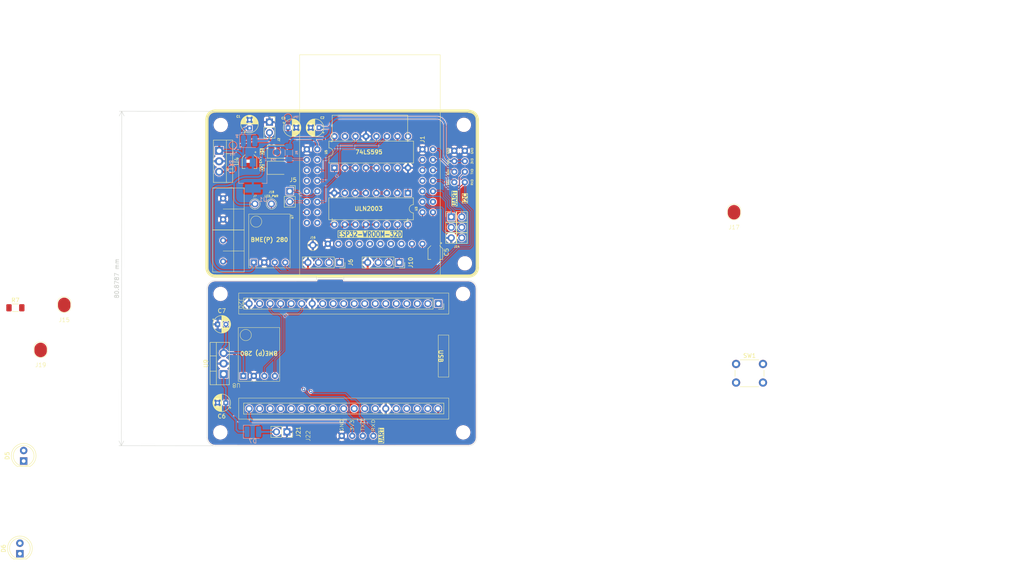
<source format=kicad_pcb>
(kicad_pcb (version 20240108) (generator "pcbnew") (generator_version "8.0")
  (layers (0 "F.Cu" signal) (31 "B.Cu" signal) (34 "B.Paste" user) (35 "F.Paste" user) (36 "B.SilkS" user "B.Silkscreen") (37 "F.SilkS" user "F.Silkscreen") (38 "B.Mask" user) (39 "F.Mask" user) (44 "Edge.Cuts" user))
  (net 0 "")
  (net 1 "GND")
  (net 2 "+3V3")
  (net 3 "+5V")
  (net 4 "/RXD")
  (net 5 "/TXD")
  (net 6 "/SDA")
  (net 7 "/OUT2")
  (net 8 "/SCL")
  (net 9 "/OUT1")
  (net 10 "/EN")
  (net 11 "/SOURCE2")
  (net 12 "/SOURCE1")
  (net 13 "/SOURCE3")
  (net 14 "/VDC")
  (net 15 "/DAC1")
  (net 16 "/DAC2")
  (net 17 "/GPIO13")
  (net 18 "/GPIO19")
  (net 19 "/GPIO17")
  (net 20 "/GPIO5")
  (net 21 "/GPIO18")
  (net 22 "/GPIO36")
  (net 23 "/ADC2_CH3")
  (net 24 "/SD_DATA1")
  (net 25 "/SD_DATA2")
  (net 26 "/SD_CLK")
  (net 27 "/SD_CMD")
  (net 28 "/SD_DATA3")
  (net 29 "/ADC2_CH0")
  (net 30 "/GPIO23")
  (net 31 "/SD_DATA0")
  (net 32 "/ADC2_CH2")
  (net 33 "/BOOT")
  (net 34 "/GPIO39")
  (net 35 "/SOURCE4")
  (net 36 "/SOURCE5")
  (net 37 "/SIPO_DATA")
  (net 38 "/SIPO_CLK")
  (net 40 "/SIPO_LATCH")
  (net 41 "/GPIO14")
  (net 43 "/I3")
  (net 44 "/I6")
  (net 45 "/I7")
  (net 46 "/I5")
  (net 47 "/OUT3")
  (net 48 "/VIN")
  (net 49 "/I1")
  (net 52 "Net-(D5-Pad1)")
  (net 53 "Net-(J15-Pin_1)")
  (net 54 "Net-(J19-Pin_1)")
  (net 55 "/GPIO_33")
  (net 67 "/RX")
  (net 72 "/TX")
  (net 87 "/SCL-2")
  (net 88 "/SDA-2")
  (footprint "Capacitor_THT:CP_Radial_D4.0mm_P2.00mm" (layer "F.Cu") (at 107 44.2 180)
    (property "Reference" "C2")
    (property "Value" "1uF")
  )
  (footprint "LED_SMD:LED_1210_3225Metric_Pad1.42x2.65mm_HandSolder" (layer "F.Cu") (at 96.9525 53.9)
    (property "Reference" "D2")
    (property "Value" "STATUS")
  )
  (footprint "Capacitor_SMD:CP_Elec_3x5.3" (layer "F.Cu") (at 90.2 52.3 -90)
    (property "Reference" "C4")
    (property "Value" "0.1uF")
  )
  (footprint "Resistor_SMD:R_1206_3216Metric_Pad1.30x1.75mm_HandSolder" (layer "F.Cu") (at 33.612 87.7585)
    (property "Reference" "R7")
    (property "Value" "4K7")
  )
  (footprint "LED_THT:LED_D5.0mm" (layer "F.Cu") (at 34.7 147.25 90)
    (property "Reference" "D6")
    (property "Value" "LED_STATUS")
  )
  (footprint "Button_Switch_THT:SW_PUSH_6mm" (layer "F.Cu") (at 207.8 101.35)
    (property "Reference" "SW1")
    (property "Value" "SW_Push")
  )
  (footprint "Alexander Footprint Library:Pad_1x01_P2.54_SMD" (layer "F.Cu") (at 39.712 102.098)
    (property "Reference" "J19")
    (property "Value" "LED_PWR")
  )
  (footprint "Alexander Footprints Library:ESP32-WROOM-Adapter-Socket-2" (layer "F.Cu") (at 119.3 57.04)
    (property "Reference" "J1")
    (property "Value" "~")
  )
  (footprint "Alexander Footprint Library:Pad_1x01_P2.54_SMD" (layer "F.Cu") (at 45.412 91.198)
    (property "Reference" "J15")
    (property "Value" "LED_PWR")
  )
  (footprint "MountingHole:MountingHole_3mm" (layer "F.Cu") (at 142 43.5)
    (property "Reference" "H1" (hide yes))
    (property "Value" "MountingHole_Pad")
  )
  (footprint "Connector_PinSocket_2.54mm:PinSocket_1x02_P2.54mm_Vertical" (layer "F.Cu") (at 99.25 117.775 -90)
    (property "Reference" "J21")
    (property "Value" "PWR")
  )
  (footprint "MountingHole:MountingHole_3mm" (layer "F.Cu") (at 83.25 43.53)
    (property "Reference" "H2" (hide yes))
    (property "Value" "MountingHole_Pad")
  )
  (footprint "Package_DIP:DIP-16_W7.62mm" (layer "F.Cu") (at 128.475 60 -90)
    (property "Reference" "U3")
    (property "Value" "ULN2003")
  )
  (footprint "Alexander Footprints Library:Conn_Terminal_5mm" (layer "F.Cu") (at 83.82 53.69)
    (property "Reference" "J9" (hide yes))
    (property "Value" "Conn_01x02_Socket")
  )
  (footprint "Alexander Footprint Library:Pad_1x01_P2.54_SMD" (layer "F.Cu") (at 207.3 68.7895)
    (property "Reference" "J17")
    (property "Value" "GND")
  )
  (footprint "MountingHole:MountingHole_3mm" (layer "F.Cu") (at 141.85 117.9)
    (property "Reference" "H4" (hide yes))
    (property "Value" "MountingHole_Pad")
  )
  (footprint "Capacitor_THT:CP_Radial_D4.0mm_P2.00mm" (layer "F.Cu") (at 82.5 91.75)
    (property "Reference" "C7")
    (property "Value" "1uF")
  )
  (footprint "Package_DIP:DIP-16_W7.62mm" (layer "F.Cu") (at 110.725 53.9 90)
    (property "Reference" "U5")
    (property "Value" "74LS595")
  )
  (footprint "Alexander Footprint Library:PinSocket_1x01_P2.54" (layer "F.Cu") (at 91.5 65.19)
    (property "Reference" "J7")
    (property "Value" "LED_PWR")
  )
  (footprint "Connector_PinSocket_2.54mm:PinSocket_1x02_P2.54mm_Vertical" (layer "F.Cu") (at 95.025 42.85)
    (property "Reference" "J2")
    (property "Value" "PWR")
  )
  (footprint "Connector_PinSocket_2.54mm:PinSocket_1x04_P2.54mm_Vertical" (layer "F.Cu") (at 111.94 76.8 -90)
    (property "Reference" "J6")
    (property "Value" "SOURCE")
  )
  (footprint "MountingHole:MountingHole_3mm" (layer "F.Cu") (at 83.15 117.9)
    (property "Reference" "H4" (hide yes))
    (property "Value" "MountingHole_Pad")
  )
  (footprint "Connector_PinSocket_2.54mm:PinSocket_1x04_P2.54mm_Vertical" (layer "F.Cu") (at 126.38 76.8 -90)
    (property "Reference" "J10")
    (property "Value" "ADC")
  )
  (footprint "Capacitor_SMD:CP_Elec_3x5.3" (layer "F.Cu") (at 135.1 74.3 -90)
    (property "Reference" "C5")
    (property "Value" "0.1uF")
  )
  (footprint "MountingHole:MountingHole_3mm" (layer "F.Cu") (at 141.8 84.4)
    (property "Reference" "H4" (hide yes))
    (property "Value" "MountingHole_Pad")
  )
  (footprint "Capacitor_THT:CP_Radial_D4.0mm_P2.00mm" (layer "F.Cu") (at 99.5 44.2)
    (property "Reference" "C3")
    (property "Value" "1uF")
  )
  (footprint "Alexander Footprint Library:LD1117" (layer "F.Cu") (at 83.945 103.79 90)
    (property "Reference" "U9")
    (property "Value" "L7805")
  )
  (footprint "Alexander Footprint Library:PinSocket_1x01_P2.54" (layer "F.Cu") (at 95.5 65.19)
    (property "Reference" "J18")
    (property "Value" "LED_PWR")
  )
  (footprint "Capacitor_THT:CP_Radial_D4.0mm_P2.00mm" (layer "F.Cu") (at 84.4726 110.75 180)
    (property "Reference" "C6")
    (property "Value" "1uF")
  )
  (footprint "Alexander Footprint Library:Conn_ESP32_WROOM-DevKit-38pins" (layer "F.Cu") (at 87.57 86.75 -90)
    (property "Reference" "J20")
    (property "Value" "~")
  )
  (footprint "MountingHole:MountingHole_3mm" (layer "F.Cu") (at 83.2 84.4)
    (property "Reference" "H4" (hide yes))
    (property "Value" "MountingHole_Pad")
  )
  (footprint "Connector_PinSocket_2.54mm:PinSocket_1x02_P2.54mm_Vertical" (layer "F.Cu") (at 99.925 59.55)
    (property "Reference" "J5")
    (property "Value" "DAC")
  )
  (footprint "Alexander Footprint Library:CONN_2x3" (layer "F.Cu") (at 138.96 60.68)
    (property "Reference" "J14")
    (property "Value" "GPIO")
  )
  (footprint "Alexander Footprints Library:Conn_UART" (layer "F.Cu") (at 139.7 42.15)
    (property "Reference" "J3" (hide yes))
    (property "Value" "UART")
  )
  (footprint "Alexander Footprint Library:PinSocket_1x01_P2.54" (layer "F.Cu") (at 105.5 75.19)
    (property "Reference" "J16")
    (property "Value" "GND")
  )
  (footprint "Capacitor_THT:CP_Radial_D4.0mm_P2.00mm" (layer "F.Cu") (at 90.2 44.3 90)
    (property "Reference" "C1")
    (property "Value" "1uF")
  )
  (footprint "Alexander Footprint Library:Conn_UART" (layer "F.Cu") (at 104.874 118.75 90)
    (property "Reference" "J22")
    (property "Value" "UART")
  )
  (footprint "Alexander Footprint Library:BME280_BMP280_I2C" (layer "F.Cu") (at 90 78.1 90)
    (property "Reference" "U7")
    (property "Value" "BME(P)280")
  )
  (footprint "Alexander Footprint Library:LD1117" (layer "F.Cu") (at 82.855 49.77 -90)
    (property "Reference" "U4")
    (property "Value" "L7805")
  )
  (footprint "Alexander Footprints Library:Conn_I2C" (layer "F.Cu") (at 142.24 42.15)
    (property "Reference" "J4" (hide yes))
    (property "Value" "I2C")
  )
  (footprint "LED_THT:LED_D5.0mm" (layer "F.Cu") (at 35.612 124.8335 90)
    (property "Reference" "D5")
    (property "Value" "LED_PWR")
  )
  (footprint "Alexander Footprint Library:BME280_BMP280_I2C" (layer "F.Cu") (at 87.49 105.55 90)
    (property "Reference" "U8")
    (property "Value" "BME(P)280")
  )
  (footprint "LED_SMD:LED_1210_3225Metric_Pad1.42x2.65mm_HandSolder" (layer "F.Cu") (at 97 50)
    (property "Reference" "D1")
    (property "Value" "PWR")
  )
  (footprint "MountingHole:MountingHole_3mm" (layer "F.Cu") (at 142.25 77)
    (property "Reference" "H4" (hide yes))
    (property "Value" "MountingHole_Pad")
  )
  (footprint "Alexander Footprints Library:Conn_Terminal_5mm" (layer "F.Cu") (at 83.82 63.85)
    (property "Reference" "J8" (hide yes))
    (property "Value" "Conn_01x02_Socket")
  )
  (footprint "TestPoint:TestPoint_Pad_D1.5mm" (layer "B.Cu") (at 99.5 41.75 180)
    (property "Reference" "TP4")
    (property "Value" "5V")
  )
  (footprint "TestPoint:TestPoint_Pad_D1.5mm" (layer "B.Cu") (at 96.8 50.15 180)
    (property "Reference" "TP3")
    (property "Value" "3V3")
  )
  (footprint "Diode_SMD:D_1210_3225Metric" (layer "B.Cu") (at 91 117.75)
    (property "Reference" "D7")
    (property "Value" "D")
  )
  (footprint "Resistor_SMD:R_1206_3216Metric_Pad1.30x1.75mm_HandSolder" (layer "B.Cu") (at 99.7 50.25 -90)
    (property "Reference" "R1")
    (property "Value" "10K")
  )
  (footprint "Diode_SMD:D_1210_3225Metric" (layer "B.Cu") (at 90.1 47.4)
    (property "Reference" "D4")
    (property "Value" "D")
  )
  (footprint "TestPoint:TestPoint_Pad_D1.5mm" (layer "B.Cu") (at 86.2 48.45 180)
    (property "Reference" "TP1")
    (property "Value" "VIN")
  )
  (footprint "TestPoint:TestPoint_Pad_D1.5mm" (layer "B.Cu") (at 85.9 54.15 180)
    (property "Reference" "TP2")
    (property "Value" "GND")
  )
  (footprint "Package_TO_SOT_SMD:SOT-223-3_TabPin2" (layer "B.Cu") (at 91 55.75 -90)
    (property "Reference" "U1")
    (property "Value" "MAX1726EUK33")
  )
  (gr_line (start 145.25 42.11421) (end 145.25 78.085782) (stroke (width 0.75)) (layer "F.SilkS"))
  (gr_line (start 81.914218 40.164218) (end 143.08579 40.164218) (stroke (width 0.75)) (layer "F.SilkS"))
  (gr_arc (start 145.25 78.085782) (mid 144.66422 79.500007) (end 143.25 80.085782) (stroke (width 0.75)) (layer "F.SilkS"))
  (gr_line (start 79.914218 42.11421) (end 79.914218 78.085782) (stroke (width 0.75)) (layer "F.SilkS"))
  (gr_arc (start 81.914218 80.085782) (mid 80.499999 79.500001) (end 79.914218 78.085782) (stroke (width 0.75)) (layer "F.SilkS"))
  (gr_arc (start 143.25 40.25) (mid 144.664214 40.835786) (end 145.25 42.25) (stroke (width 0.75)) (layer "F.SilkS"))
  (gr_arc (start 79.914218 42.164218) (mid 80.499999 40.749999) (end 81.914218 40.164218) (stroke (width 0.75)) (layer "F.SilkS"))
  (gr_line (start 81.914214 80.085782) (end 143.085786 80.085782) (stroke (width 0.75)) (layer "F.SilkS"))
  (gr_line (start 82.014214 80.235786) (end 106.4 80.25) (stroke (width 0.1)) (layer "Edge.Cuts"))
  (gr_line (start 80 42.25) (end 80.014214 78.235786) (stroke (width 0.1)) (layer "Edge.Cuts"))
  (gr_arc (start 79.921321 83.157107) (mid 80.507106 81.742896) (end 81.921321 81.157107) (stroke (width 0.1)) (layer "Edge.Cuts"))
  (gr_line (start 81.921321 121.128679) (end 143.107107 121.142893) (stroke (width 0.1)) (layer "Edge.Cuts"))
  (gr_arc (start 81.921321 121.128679) (mid 80.507101 120.542899) (end 79.921321 119.128679) (stroke (width 0.1)) (layer "Edge.Cuts"))
  (gr_line (start 143.092893 81.157107) (end 113 81.15) (stroke (width 0.1)) (layer "Edge.Cuts"))
  (gr_arc (start 145.107107 119.142893) (mid 144.521321 120.557107) (end 143.107107 121.142893) (stroke (width 0.1)) (layer "Edge.Cuts"))
  (gr_line (start 106.4 81.15) (end 81.921321 81.157107) (stroke (width 0.1)) (layer "Edge.Cuts"))
  (gr_arc (start 143.185786 40.264214) (mid 144.600004 40.849996) (end 145.185786 42.264214) (stroke (width 0.1)) (layer "Edge.Cuts"))
  (gr_line (start 113 80.25) (end 143.185786 80.235786) (stroke (width 0.1)) (layer "Edge.Cuts"))
  (gr_arc (start 82.014214 80.235786) (mid 80.599996 79.650004) (end 80.014214 78.235786) (stroke (width 0.1)) (layer "Edge.Cuts"))
  (gr_line (start 145.185786 42.264214) (end 145.185786 78.235786) (stroke (width 0.1)) (layer "Edge.Cuts"))
  (gr_arc (start 80 42.25) (mid 80.585786 40.835786) (end 82 40.25) (stroke (width 0.1)) (layer "Edge.Cuts"))
  (gr_line (start 145.107107 119.142893) (end 145.092893 83.157107) (stroke (width 0.1)) (layer "Edge.Cuts"))
  (gr_line (start 79.921321 119.128679) (end 79.921321 83.157107) (stroke (width 0.1)) (layer "Edge.Cuts"))
  (gr_line (start 106.4 81.15) (end 106.4 80.25) (stroke (width 0.1)) (layer "Edge.Cuts"))
  (gr_arc (start 145.185786 78.235786) (mid 144.600004 79.650004) (end 143.185786 80.235786) (stroke (width 0.1)) (layer "Edge.Cuts"))
  (gr_arc (start 143.092893 81.157107) (mid 144.507112 81.742888) (end 145.092893 83.157107) (stroke (width 0.1)) (layer "Edge.Cuts"))
  (gr_line (start 113 81.15) (end 113 80.25) (stroke (width 0.1)) (layer "Edge.Cuts"))
  (gr_line (start 143.185786 40.264214) (end 82 40.25) (stroke (width 0.1)) (layer "Edge.Cuts"))
  (gr_text "74LS595" (at 119.057143 50.1 0) (layer "F.SilkS") (effects (font (size 1 1) (thickness 0.2) (bold yes))))
  (gr_text "ULN2003" (at 115.5 64.374 0) (layer "F.SilkS") (effects (font (size 1 1) (thickness 0.2) (bold yes)) (justify left bottom)))
  (dimension (type aligned) (layer "Edge.Cuts") (pts (xy 81.921321 121.128679) (xy 82 40.25)) (height -22.6907) (gr_text "80.8787 mm" (at 58.119973 80.666146 89.94426182) (layer "Edge.Cuts") (effects (font (size 1 1) (thickness 0.15)))) (format (prefix "") (suffix "") (units 3) (units_format 1) (precision 4)) (style (thickness 0.1) (arrow_length 1.27) (text_position_mode 0) (extension_height 0.58642) (extension_offset 0.5) keep_text_aligned))
  (segment (start 84.21 66) (end 83.82 66.39) (width 0.5) (layer "F.Cu") (net 1))
  (segment (start 101.5 48.103553) (end 101.5 49.573223) (width 0.25) (layer "F.Cu") (net 2))
  (segment (start 105.575735 47.25) (end 102.353553 47.25) (width 0.25) (layer "F.Cu") (net 2))
  (segment (start 106.6 48.274264) (end 106.6 49.42) (width 0.25) (layer "F.Cu") (net 2))
  (segment (start 138.021593 51.871593) (end 137.93 51.78) (width 0.5) (layer "F.Cu") (net 2))
  (segment (start 108.946446 44.2) (end 107 44.2) (width 0.5) (layer "F.Cu") (net 2))
  (segment (start 109.8 43.346446) (end 109.8 43.15) (width 0.5) (layer "F.Cu") (net 2))
  (segment (start 137.4 50.500466) (end 137.4 43.627817) (width 0.5) (layer "F.Cu") (net 2))
  (segment (start 101.073223 50) (end 98.4875 50) (width 0.25) (layer "F.Cu") (net 2))
  (segment (start 139.08 52.31) (end 139.7 52.31) (width 0.5) (layer "F.Cu") (net 2))
  (segment (start 110.188908 42.211091) (end 110.225 42.175) (width 0.5) (layer "F.Cu") (net 2))
  (segment (start 135.522182 41.75) (end 111.25104 41.75) (width 0.5) (layer "F.Cu") (net 2))
  (arc (start 106.3 47.55) (mid 105.967704 47.327967) (end 105.575735 47.25) (width 0.25) (layer "F.Cu") (net 2))
  (arc (start 101.5 49.573223) (mid 101.467513 49.736543) (end 101.375 49.875) (width 0.25) (layer "F.Cu") (net 2))
  (arc (start 111.25104 41.75) (mid 110.695751 41.860453) (end 110.225 42.175) (width 0.5) (layer "F.Cu") (net 2))
  (arc (start 110.188908 42.211091) (mid 109.901073 42.641866) (end 109.8 43.15) (width 0.5) (layer "F.Cu") (net 2))
  (arc (start 138.021593 51.871593) (mid 138.507194 52.196061) (end 139.08 52.31) (width 0.5) (layer "F.Cu") (net 2))
  (arc (start 102.353553 47.25) (mid 102.026912 47.314972) (end 101.75 47.5) (width 0.25) (layer "F.Cu") (net 2))
  (arc (start 109.8 43.346446) (mid 109.735027 43.673087) (end 109.55 43.95) (width 0.5) (layer "F.Cu") (net 2))
  (arc (start 106.3 47.55) (mid 106.522032 47.882295) (end 106.6 48.274264) (width 0.25) (layer "F.Cu") (net 2))
  (arc (start 109.55 43.95) (mid 109.273087 44.135027) (end 108.946446 44.2) (width 0.5) (layer "F.Cu") (net 2))
  (arc (start 136.85 42.3) (mid 137.257059 42.909207) (end 137.4 43.627817) (width 0.5) (layer "F.Cu") (net 2))
  (arc (start 101.75 47.5) (mid 101.564972 47.776912) (end 101.5 48.103553) (width 0.25) (layer "F.Cu") (net 2))
  (arc (start 101.375 49.875) (mid 101.236543 49.967513) (end 101.073223 50) (width 0.25) (layer "F.Cu") (net 2))
  (arc (start 137.4 50.500466) (mid 137.537742 51.192944) (end 137.93 51.78) (width 0.5) (layer "F.Cu") (net 2))
  (arc (start 136.85 42.3) (mid 136.240792 41.89294) (end 135.522182 41.75) (width 0.5) (layer "F.Cu") (net 2))
  (segment (start 96.075 48.7) (end 97.525 48.7) (width 0.5) (layer "B.Cu") (net 2))
  (segment (start 109.408578 44.2) (end 107 44.2) (width 0.5) (layer "B.Cu") (net 2))
  (segment (start 81.3 75.997918) (end 81.3 59.75104) (width 0.5) (layer "B.Cu") (net 2))
  (segment (start 93.3 54.905025) (end 93.3 52.6) (width 0.5) (layer "B.Cu") (net 2))
  (segment (start 100 48.7) (end 100 48.03033) (width 0.5) (layer "B.Cu") (net 2))
  (segment (start 139.13 52.31) (end 139.7 52.31) (width 0.5) (layer "B.Cu") (net 2))
  (segment (start 138.156949 51.906949) (end 138.03 51.78) (width 0.5) (layer "B.Cu") (net 2))
  (segment (start 106.6 48.627817) (end 106.6 49.299791) (width 0.5) (layer "B.Cu") (net 2))
  (segment (start 84.202081 78.9) (end 89.990883 78.9) (width 0.5) (layer "B.Cu") (net 2))
  (segment (start 109.75 43.858578) (end 109.75 44.141421) (width 0.5) (layer "B.Cu") (net 2))
  (segment (start 104.722182 46.75) (end 106.277817 46.75) (width 0.5) (layer "B.Cu") (net 2))
  (segment (start 139.7 52.31) (end 142.24 52.31) (width 0.5) (layer "B.Cu") (net 2))
  (segment (start 137.5 50.500466) (end 137.5 43.883883) (width 0.5) (layer "B.Cu") (net 2))
  (segment (start 91 115.25) (end 90.11 114.36) (width 0.5) (layer "B.Cu") (net 2))
  (segment (start 88.207106 62.75) (end 91.5 62.75) (width 0.5) (layer "B.Cu") (net 2))
  (segment (start 86.5 61.042893) (end 86.5 57.5) (width 0.5) (layer "B.Cu") (net 2))
  (segment (start 113.5 115.25) (end 91 115.25) (width 0.5) (layer "B.Cu") (net 2))
  (segment (start 91.22 77.670883) (end 91.22 76.8) (width 0.5) (layer "B.Cu") (net 2))
  (segment (start 89.455634 56.1) (end 92.105025 56.1) (width 0.5) (layer "B.Cu") (net 2))
  (segment (start 96.075 48.7) (end 95.177817 48.7) (width 0.5) (layer "B.Cu") (net 2))
  (segment (start 90.11 114.36) (end 90.11 112.15) (width 0.5) (layer "B.Cu") (net 2))
  (segment (start 104.722182 46.75) (end 101.28033 46.75) (width 0.5) (layer "B.Cu") (net 2))
  (segment (start 115.034 118.75) (end 115.034 116.784) (width 0.5) (layer "B.Cu") (net 2))
  (segment (start 109.149999 46.149999) (end 109.201992 46.098007) (width 0.5) (layer "B.Cu") (net 2))
  (segment (start 115.034 116.784) (end 113.5 115.25) (width 0.5) (layer "B.Cu") (net 2))
  (segment (start 96.8 49.425) (end 96.8 50.15) (width 0.25) (layer "B.Cu") (net 2))
  (segment (start 109.75 43.625) (end 109.75 43.858578) (width 0.5) (layer "B.Cu") (net 2))
  (segment (start 106.277817 46.75) (end 107.701471 46.75) (width 0.5) (layer "B.Cu") (net 2))
  (segment (start 110.015165 42.984834) (end 110.5 42.5) (width 0.5) (layer "B.Cu") (net 2))
  (segment (start 93.3 52.6) (end 93.3 50.577817) (width 0.5) (layer "B.Cu") (net 2))
  (segment (start 82.75104 58.3) (end 84.144365 58.3) (width 0.5) (layer "B.Cu") (net 2))
  (segment (start 106.685 49.335) (end 106.77 49.25) (width 0.5) (layer "B.Cu") (net 2))
  (segment (start 109.75 44.775) (end 109.75 44.141421) (width 0.5) (layer "B.Cu") (net 2))
  (segment (start 112.31066 41.75) (end 135.366116 41.75) (width 0.5) (layer "B.Cu") (net 2))
  (segment (start 100 48.7) (end 97.525 48.7) (width 0.5) (layer "B.Cu") (net 2))
  (arc (start 136.875 42.375) (mid 137.337567 43.067281) (end 137.5 43.883883) (width 0.5) (layer "B.Cu") (net 2))
  (arc (start 137.5 50.500466) (mid 137.637742 51.192944) (end 138.03 51.78) (width 0.5) (layer "B.Cu") (net 2))
  (arc (start 93.3 54.905025) (mid 93.209037 55.362322) (end 92.95 55.75) (width 0.5) (layer "B.Cu") (net 2))
  (arc (start 86.8 57.2) (mid 85.581584 58.014119) (end 84.144365 58.3) (width 0.5) (layer "B.Cu") (net 2))
  (arc (start 106.6 49.299791) (mid 106.630737 49.345793) (end 106.685 49.335) (width 0.5) (layer "B.Cu") (net 2))
  (arc (start 89.455634 56.1) (mid 88.018415 56.38588) (end 86.8 57.2) (width 0.5) (layer "B.Cu") (net 2))
  (arc (start 86.5 61.042893) (mid 86.629945 61.696174) (end 87 62.25) (width 0.5) (layer "B.Cu") (net 2))
  (arc (start 82.75104 58.3) (mid 82.195751 58.410453) (end 81.725 58.725) (width 0.5) (layer "B.Cu") (net 2))
  (arc (start 92.95 55.75) (mid 92.562322 56.009037) (end 92.105025 56.1) (width 0.5) (layer "B.Cu") (net 2))
  (arc (start 95.177817 48.7) (mid 94.459207 48.84294) (end 93.85 49.25) (width 0.5) (layer "B.Cu") (net 2))
  (arc (start 96.8 49.425) (mid 96.587652 48.912347) (end 96.075 48.7) (width 0.25) (layer "B.Cu") (net 2))
  (arc (start 82.15 78.05) (mid 83.091502 78.679092) (end 84.202081 78.9) (width 0.5) (layer "B.Cu") (net 2))
  (arc (start 110.015165 42.984834) (mid 109.818914 43.278544) (end 109.75 43.625) (width 0.5) (layer "B.Cu") (net 2))
  (arc (start 109.75 44.141421) (mid 109.713838 44.087301) (end 109.65 44.1) (width 0.5) (layer "B.Cu") (net 2))
  (arc (start 136.875 42.375) (mid 136.182718 41.912432) (end 135.366116 41.75) (width 0.5) (layer "B.Cu") (net 2))
  (arc (start 93.85 49.25) (mid 93.44294 49.859207) (end 93.3 50.577817) (width 0.5) (layer "B.Cu") (net 2))
  (arc (start 90.86 78.54) (mid 90.461245 78.806439) (end 89.990883 78.9) (width 0.5) (layer "B.Cu") (net 2))
  (arc (start 109.65 44.1) (mid 109.539234 44.17401) (end 109.408578 44.2) (width 0.5) (layer "B.Cu") (net 2))
  (arc (start 87 62.25) (mid 87.553825 62.620054) (end 88.207106 62.75) (width 0.5) (layer "B.Cu") (net 2))
  (arc (start 81.725 58.725) (mid 81.410453 59.195751) (end 81.3 59.75104) (width 0.5) (layer "B.Cu") (net 2))
  (arc (start 106.05 47.3) (mid 105.440792 46.89294) (end 104.722182 46.75) (width 0.5) (layer "B.Cu") (net 2))
  (arc (start 138.156949 51.906949) (mid 138.603388 52.20525) (end 139.13 52.31) (width 0.5) (layer "B.Cu") (net 2))
  (arc (start 101.28033 46.75) (mid 100.790368 46.847459) (end 100.375 47.125) (width 0.5) (layer "B.Cu") (net 2))
  (arc (start 106.05 47.3) (mid 106.457059 47.909207) (end 106.6 48.627817) (width 0.5) (layer "B.Cu") (net 2))
  (arc (start 106.277817 46.75) (mid 105.980159 46.948888) (end 106.05 47.3) (width 0.5) (layer "B.Cu") (net 2))
  (arc (start 91.22 77.670883) (mid 91.126439 78.141245) (end 90.86 78.54) (width 0.5) (layer "B.Cu") (net 2))
  (arc (start 109.75 44.775) (mid 109.607577 45.491006) (end 109.201992 46.098007) (width 0.5) (layer "B.Cu") (net 2))
  (arc (start 109.65 44.1) (mid 109.72401 43.989234) (end 109.75 43.858578) (width 0.5) (layer "B.Cu") (net 2))
  (arc (start 112.31066 41.75) (mid 111.330737 41.944918) (end 110.5 42.5) (width 0.5) (layer "B.Cu") (net 2))
  (arc (start 100.375 47.125) (mid 100.097459 47.540368) (end 100 48.03033) (width 0.5) (layer "B.Cu") (net 2))
  (arc (start 109.149999 46.149999) (mid 108.485409 46.594064) (end 107.701471 46.75) (width 0.5) (layer "B.Cu") (net 2))
  (arc (start 81.3 75.997918) (mid 81.520907 77.108496) (end 82.15 78.05) (width 0.5) (layer "B.Cu") (net 2))
  (segment (start 99.5 45.693413) (end 99.5 44.2) (width 0.5) (layer "F.Cu") (net 3))
  (segment (start 110.512652 48.95) (end 109.487347 48.95) (width 0.5) (layer "F.Cu") (net 3))
  (segment (start 87.75 115.25) (end 135.25 115.25) (width 0.5) (layer "F.Cu") (net 3))
  (segment (start 98.6375 46.9625) (end 99.2125 46.3875) (width 0.5) (layer "F.Cu") (net 3))
  (segment (start 83.945 98.71) (end 86.21 98.71) (width 0.5) (layer "F.Cu") (net 3))
  (segment (start 110.725 47.712347) (end 110.725 46.28) (width 0.5) (layer "F.Cu") (net 3))
  (segment (start 125.341906 48.95) (end 110.512652 48.95) (width 0.5) (layer "F.Cu") (net 3))
  (segment (start 108.3 49.803553) (end 108.3 65.537329) (width 0.5) (layer "F.Cu") (net 3))
  (segment (start 84.648959 54.85) (end 82.855 54.85) (width 0.5) (layer "F.Cu") (net 3))
  (segment (start 108.3 49.803553) (end 108.3 49.096446) (width 0.5) (layer "F.Cu") (net 3))
  (segment (start 91.306675 47.25) (end 97.943413 47.25) (width 0.5) (layer "F.Cu") (net 3))
  (segment (start 135.81 114.69) (end 135.81 112.15) (width 0.5) (layer "F.Cu") (net 3))
  (segment (start 86.1 52.15) (end 86.1 53.398959) (width 0.5) (layer "F.Cu") (net 3))
  (segment (start 86.75 114.25) (end 87.75 115.25) (width 0.5) (layer "F.Cu") (net 3))
  (segment (start 107.608621 46.675) (end 99.331586 46.675) (width 0.5) (layer "F.Cu") (net 3))
  (segment (start 86.21 98.71) (end 86.75 99.25) (width 0.5) (layer "F.Cu") (net 3))
  (segment (start 108.3 49.096446) (end 108.3 47.366378) (width 0.5) (layer "F.Cu") (net 3))
  (segment (start 109.104574 67.204574) (end 108.91 67.01) (width 0.5) (layer "F.Cu") (net 3))
  (segment (start 135.25 115.25) (end 135.81 114.69) (width 0.5) (layer "F.Cu") (net 3))
  (segment (start 110.1075 67.62) (end 110.695 67.62) (width 0.5) (layer "F.Cu") (net 3))
  (segment (start 86.75 99.25) (end 86.75 114.25) (width 0.5) (layer "F.Cu") (net 3))
  (segment (start 87.408147 48.991852) (end 87.625 48.775) (width 0.5) (layer "F.Cu") (net 3))
  (segment (start 125.965 48.326906) (end 125.965 46.28) (width 0.5) (layer "F.Cu") (net 3))
  (segment (start 109.487347 48.95) (end 109.153553 48.95) (width 0.5) (layer "F.Cu") (net 3))
  (arc (start 108.0975 46.8775) (mid 108.247371 47.101799) (end 108.3 47.366378) (width 0.5) (layer "F.Cu") (net 3))
  (arc (start 108.3 65.537329) (mid 108.458533 66.334332) (end 108.91 67.01) (width 0.5) (layer "F.Cu") (net 3))
  (arc (start 109.487347 48.95) (mid 109.960976 48.855789) (end 110.3625 48.5875) (width 0.5) (layer "F.Cu") (net 3))
  (arc (start 99.2125 46.3875) (mid 99.175992 46.571035) (end 99.331586 46.675) (width 0.5) (layer "F.Cu") (net 3))
  (arc (start 108.0975 46.8775) (mid 107.8732 46.727628) (end 107.608621 46.675) (width 0.5) (layer "F.Cu") (net 3))
  (arc (start 86.1 53.398959) (mid 85.989546 53.954248) (end 85.675 54.425) (width 0.5) (layer "F.Cu") (net 3))
  (arc (start 109.104574 67.204574) (mid 109.56472 67.512034) (end 110.1075 67.62) (width 0.5) (layer "F.Cu") (net 3))
  (arc (start 108.55 49.2) (mid 108.364972 49.476912) (end 108.3 49.803553) (width 0.5) (layer "F.Cu") (net 3))
  (arc (start 87.408147 48.991852) (mid 86.439976 50.440822) (end 86.1 52.15) (width 0.5) (layer "F.Cu") (net 3))
  (arc (start 85.675 54.425) (mid 85.204248 54.739546) (end 84.648959 54.85) (width 0.5) (layer "F.Cu") (net 3))
  (arc (start 110.3625 48.5875) (mid 110.316468 48.818914) (end 110.512652 48.95) (width 0.5) (layer "F.Cu") (net 3))
  (arc (start 98.6375 46.9625) (mid 98.31905 47.175281) (end 97.943413 47.25) (width 0.5) (layer "F.Cu") (net 3))
  (arc (start 110.725 47.712347) (mid 110.630789 48.185976) (end 110.3625 48.5875) (width 0.5) (layer "F.Cu") (net 3))
  (arc (start 108.3 49.096446) (mid 108.390403 49.231745) (end 108.55 49.2) (width 0.5) (layer "F.Cu") (net 3))
  (arc (start 91.306675 47.25) (mid 89.314166 47.646334) (end 87.625 48.775) (width 0.5) (layer "F.Cu") (net 3))
  (arc (start 109.153553 48.95) (mid 108.826912 49.014972) (end 108.55 49.2) (width 0.5) (layer "F.Cu") (net 3))
  (arc (start 99.331586 46.675) (mid 98.955949 46.749718) (end 98.6375 46.9625) (width 0.5) (layer "F.Cu") (net 3))
  (arc (start 125.7825 48.7675) (mid 125.580353 48.902569) (end 125.341906 48.95) (width 0.5) (layer "F.Cu") (net 3))
  (arc (start 99.5 45.693413) (mid 99.425281 46.06905) (end 99.2125 46.3875) (width 0.5) (layer "F.Cu") (net 3))
  (arc (start 125.965 48.326906) (mid 125.917569 48.565353) (end 125.7825 48.7675) (width 0.5) (layer "F.Cu") (net 3))
  (segment (start 83.945 97.305) (end 84.5 96.75) (width 0.5) (layer "B.Cu") (net 3))
  (segment (start 87.96 98.71) (end 88.71 99.46) (width 0.5) (layer "B.Cu") (net 3))
  (segment (start 83.945 98.71) (end 83.945 97.305) (width 0.5) (layer "B.Cu") (net 3))
  (segment (start 84.5 96.75) (end 84.5 91.75) (width 0.5) (layer "B.Cu") (net 3))
  (segment (start 83.945 98.71) (end 87.96 98.71) (width 0.5) (layer "B.Cu") (net 3))
  (segment (start 99.5 42.25) (end 99.5 44.2) (width 0.25) (layer "B.Cu") (net 3))
  (segment (start 88.71 99.46) (end 88.71 104.25) (width 0.5) (layer "B.Cu") (net 3))
  (segment (start 139.7 57.35) (end 139.7 57.39) (width 0.25) (layer "F.Cu") (net 4))
  (segment (start 133.25 53.25) (end 135.6 53.25) (width 0.25) (layer "F.Cu") (net 4))
  (segment (start 135.6 53.25) (end 139.7 57.35) (width 0.25) (layer "F.Cu") (net 4))
  (segment (start 132 54.5) (end 133.25 53.25) (width 0.25) (layer "F.Cu") (net 4))
  (segment (start 140.3 57.45) (end 139.3 57.45) (width 0.25) (layer "F.Cu") (net 4))
  (segment (start 136.61 51.96) (end 134.54 51.96) (width 0.25) (layer "F.Cu") (net 5))
  (segment (start 134.74 51.79) (end 134.62 51.91) (width 0.25) (layer "F.Cu") (net 5))
  (segment (start 139.5 54.85) (end 136.61 51.96) (width 0.25) (layer "F.Cu") (net 5))
  (segment (start 139.7 54.85) (end 139.5 54.85) (width 0.25) (layer "F.Cu") (net 5))
  (segment (start 138.59 58.55) (end 140.4 58.55) (width 0.25) (layer "F.Cu") (net 6))
  (segment (start 136.213604 54.5) (end 138 56.286396) (width 0.25) (layer "F.Cu") (net 6))
  (segment (start 138 57.96) (end 138.59 58.55) (width 0.25) (layer "F.Cu") (net 6))
  (segment (start 140.9 56.19) (end 142.24 54.85) (width 0.25) (layer "F.Cu") (net 6))
  (segment (start 140.9 58.05) (end 140.9 56.19) (width 0.25) (layer "F.Cu") (net 6))
  (segment (start 134.54 54.5) (end 136.213604 54.5) (width 0.25) (layer "F.Cu") (net 6))
  (segment (start 138 56.286396) (end 138 57.96) (width 0.25) (layer "F.Cu") (net 6))
  (segment (start 142.24 54.85) (end 142.24 55.51) (width 0.25) (layer "F.Cu") (net 6))
  (segment (start 140.4 58.55) (end 140.9 58.05) (width 0.25) (layer "F.Cu") (net 6))
  (segment (start 99.75 78.65) (end 134.55 78.65) (width 0.25) (layer "B.Cu") (net 6))
  (segment (start 141 61.9) (end 141 56.09) (width 0.25) (layer "B.Cu") (net 6))
  (segment (start 134.55 78.65) (end 140.418198 72.781802) (width 0.25) (layer "B.Cu") (net 6))
  (segment (start 143.55 64.45) (end 141 61.9) (width 0.25) (layer "B.Cu") (net 6))
  (segment (start 98.84 76.8) (end 98.84 77.74) (width 0.25) (layer "B.Cu") (net 6))
  (segment (start 143.281802 72.781802) (end 143.55 72.513604) (width 0.25) (layer "B.Cu") (net 6))
  (segment (start 143.55 72.513604) (end 143.55 64.45) (width 0.25) (layer "B.Cu") (net 6))
  (segment (start 140.418198 72.781802) (end 143.281802 72.781802) (width 0.25) (layer "B.Cu") (net 6))
  (segment (start 141 56.09) (end 142.24 54.85) (width 0.25) (layer "B.Cu") (net 6))
  (segment (start 98.84 77.74) (end 99.75 78.65) (width 0.25) (layer "B.Cu") (net 6))
  (segment (start 137.55 58.146396) (end 138.403604 59) (width 0.25) (layer "F.Cu") (net 8))
  (segment (start 131.5 55.75) (end 136.75 55.75) (width 0.25) (layer "F.Cu") (net 8))
  (segment (start 140.63 59) (end 142.24 57.39) (width 0.25) (layer "F.Cu") (net 8))
  (segment (start 136.75 55.75) (end 137.55 56.55) (width 0.25) (layer "F.Cu") (net 8))
  (segment (start 137.55 56.55) (end 137.55 58.146396) (width 0.25) (layer "F.Cu") (net 8))
  (segment (start 130.745 54.995) (end 131.5 55.75) (width 0.25) (layer "F.Cu") (net 8))
  (segment (start 130.745 53.245) (end 130.745 54.995) (width 0.25) (layer "F.Cu") (net 8))
  (segment (start 132.08 51.91) (end 130.745 53.245) (width 0.25) (layer "F.Cu") (net 8))
  (segment (start 138.403604 59) (end 140.63 59) (width 0.25) (layer "F.Cu") (net 8))
  (segment (start 134.8 79.1) (end 140.6 73.3) (width 0.25) (layer "B.Cu") (net 8))
  (segment (start 96.3 76.8) (end 96.3 77.7) (width 0.25) (layer "B.Cu") (net 8))
  (segment (start 144 72.7) (end 144 64.263604) (width 0.25) (layer "B.Cu") (net 8))
  (segment (start 96.3 77.7) (end 97.7 79.1) (width 0.25) (layer "B.Cu") (net 8))
  (segment (start 142.24 62.503604) (end 142.24 57.39) (width 0.25) (layer "B.Cu") (net 8))
  (segment (start 144 64.263604) (end 142.24 62.503604) (width 0.25) (layer "B.Cu") (net 8))
  (segment (start 143.4 73.3) (end 144 72.7) (width 0.25) (layer "B.Cu") (net 8))
  (segment (start 140.6 73.3) (end 143.4 73.3) (width 0.25) (layer "B.Cu") (net 8))
  (segment (start 97.7 79.1) (end 134.8 79.1) (width 0.25) (layer "B.Cu") (net 8))
  (segment (start 93.21 51.96) (end 92.05 50.8) (width 0.25) (layer "F.Cu") (net 10))
  (segment (start 104.06 51.96) (end 93.21 51.96) (width 0.25) (layer "F.Cu") (net 10))
  (segment (start 92.05 50.8) (end 90.2 50.8) (width 0.25) (layer "F.Cu") (net 10))
  (segment (start 103.72 52.3) (end 104.06 51.96) (width 0.25) (layer "F.Cu") (net 10))
  (segment (start 100 51.8) (end 103.9 51.8) (width 0.25) (layer "B.Cu") (net 10))
  (segment (start 103.9 51.8) (end 104.06 51.96) (width 0.25) (layer "B.Cu") (net 10))
  (segment (start 113.235 67.62) (end 115.775 67.62) (width 0.5) (layer "F.Cu") (net 11))
  (segment (start 99 73.1) (end 102.7 69.4) (width 0.5) (layer "F.Cu") (net 11))
  (segment (start 86.37 71.47) (end 88 73.1) (width 0.5) (layer "F.Cu") (net 11))
  (segment (start 102.7 69.4) (end 111.455 69.4) (width 0.5) (layer "F.Cu") (net 11))
  (segment (start 88 73.1) (end 99 73.1) (width 0.5) (layer "F.Cu") (net 11))
  (segment (start 83.82 71.47) (end 86.37 71.47) (width 0.5) (layer "F.Cu") (net 11))
  (segment (start 111.455 69.4) (end 113.235 67.62) (width 0.5) (layer "F.Cu") (net 11))
  (segment (start 86.275 76.55) (end 88.075 74.75) (width 0.5) (layer "F.Cu") (net 12))
  (segment (start 104.4 70.1) (end 115.835 70.1) (width 0.5) (layer "F.Cu") (net 12))
  (segment (start 99.75 74.75) (end 104.4 70.1) (width 0.5) (layer "F.Cu") (net 12))
  (segment (start 118.315 67.62) (end 120.855 67.62) (width 0.5) (layer "F.Cu") (net 12))
  (segment (start 83.82 76.55) (end 86.275 76.55) (width 0.5) (layer "F.Cu") (net 12))
  (segment (start 115.835 70.1) (end 118.315 67.62) (width 0.5) (layer "F.Cu") (net 12))
  (segment (start 88.075 74.75) (end 99.75 74.75) (width 0.5) (layer "F.Cu") (net 12))
  (segment (start 128.475 67.62) (end 128.475 68.825) (width 0.25) (layer "F.Cu") (net 13))
  (segment (start 125.7 72.8) (end 124.55 73.95) (width 0.25) (layer "F.Cu") (net 13))
  (segment (start 111.94 75.26) (end 111.94 76.8) (width 0.25) (layer "F.Cu") (net 13))
  (segment (start 124.55 73.95) (end 118.622792 73.95) (width 0.25) (layer "F.Cu") (net 13))
  (segment (start 128.475 68.825) (end 125.7 71.6) (width 0.25) (layer "F.Cu") (net 13))
  (segment (start 125.7 71.6) (end 125.7 72.8) (width 0.25) (layer "F.Cu") (net 13))
  (segment (start 117.872792 74.7) (end 112.5 74.7) (width 0.25) (layer "F.Cu") (net 13))
  (segment (start 112.5 74.7) (end 111.94 75.26) (width 0.25) (layer "F.Cu") (net 13))
  (segment (start 118.622792 73.95) (end 117.872792 74.7) (width 0.25) (layer "F.Cu") (net 13))
  (segment (start 96.71 117.775) (end 92.425 117.775) (width 0.5) (layer "B.Cu") (net 14))
  (segment (start 92.425 117.775) (end 92.4 117.75) (width 0.5) (layer "B.Cu") (net 14))
  (segment (start 95.025 46.674479) (end 95.025 45.39) (width 0.5) (layer "B.Cu") (net 14))
  (segment (start 94.299479 47.4) (end 91.5 47.4) (width 0.5) (layer "B.Cu") (net 14))
  (arc (start 95.025 46.674479) (mid 94.969773 46.952124) (end 94.8125 47.1875) (width 0.5) (layer "B.Cu") (net 14))
  (arc (start 94.8125 47.1875) (mid 94.577124 47.344773) (end 94.299479 47.4) (width 0.5) (layer "B.Cu") (net 14))
  (segment (start 105.38 60.8) (end 103.1 60.8) (width 0.25) (layer "B.Cu") (net 15))
  (segment (start 106.6 59.58) (end 105.38 60.8) (width 0.25) (layer "B.Cu") (net 15))
  (segment (start 103.1 60.8) (end 101.85 59.55) (width 0.25) (layer "B.Cu") (net 15))
  (segment (start 101.85 59.55) (end 99.925 59.55) (width 0.25) (layer "B.Cu") (net 15))
  (segment (start 104.06 62.12) (end 99.955 62.12) (width 0.25) (layer "B.Cu") (net 16))
  (segment (start 104.03 62.09) (end 104.06 62.12) (width 0.25) (layer "B.Cu") (net 16))
  (segment (start 99.955 62.12) (end 99.925 62.09) (width 0.25) (layer "B.Cu") (net 16))
  (segment (start 138.5 63.1) (end 138.5 61.727208) (width 0.25) (layer "B.Cu") (net 18))
  (segment (start 137.5 60.727208) (end 137.5 57.8) (width 0.25) (layer "B.Cu") (net 18))
  (segment (start 138.5 61.727208) (end 137.5 60.727208) (width 0.25) (layer "B.Cu") (net 18))
  (segment (start 140.2 67) (end 140.2 64.8) (width 0.25) (layer "B.Cu") (net 18))
  (segment (start 141.5 68.3) (end 140.2 67) (width 0.25) (layer "B.Cu") (net 18))
  (segment (start 136.69 56.99) (end 134.62 56.99) (width 0.25) (layer "B.Cu") (net 18))
  (segment (start 140.2 64.8) (end 138.5 63.1) (width 0.25) (layer "B.Cu") (net 18))
  (segment (start 137.5 57.8) (end 136.69 56.99) (width 0.25) (layer "B.Cu") (net 18))
  (segment (start 141.5 70.84) (end 140.16 69.5) (width 0.25) (layer "B.Cu") (net 19))
  (segment (start 137.7 69.5) (end 137.1 68.9) (width 0.25) (layer "B.Cu") (net 19))
  (segment (start 140.16 69.5) (end 137.7 69.5) (width 0.25) (layer "B.Cu") (net 19))
  (segment (start 137.1 68.9) (end 137.1 63.84) (width 0.25) (layer "B.Cu") (net 19))
  (segment (start 133.41 63.4) (end 132.08 62.07) (width 0.25) (layer "B.Cu") (net 19))
  (segment (start 137.1 63.84) (end 136.66 63.4) (width 0.25) (layer "B.Cu") (net 19))
  (segment (start 136.66 63.4) (end 133.41 63.4) (width 0.25) (layer "B.Cu") (net 19))
  (segment (start 138.05 61.913604) (end 137.05 60.913604) (width 0.25) (layer "B.Cu") (net 20))
  (segment (start 137.05 60.913604) (end 137.05 59.95) (width 0.25) (layer "B.Cu") (net 20))
  (segment (start 136.63 59.53) (end 134.62 59.53) (width 0.25) (layer "B.Cu") (net 20))
  (segment (start 138.96 65.76) (end 138.96 64.196396) (width 0.25) (layer "B.Cu") (net 20))
  (segment (start 138.96 64.196396) (end 138.05 63.286396) (width 0.25) (layer "B.Cu") (net 20))
  (segment (start 138.05 63.286396) (end 138.05 61.913604) (width 0.25) (layer "B.Cu") (net 20))
  (segment (start 137.05 59.95) (end 136.63 59.53) (width 0.25) (layer "B.Cu") (net 20))
  (segment (start 138.96 68.3) (end 137.6 66.94) (width 0.25) (layer "B.Cu") (net 21))
  (segment (start 136.3 60.8) (end 133.35 60.8) (width 0.25) (layer "B.Cu") (net 21))
  (segment (start 137.6 66.94) (end 137.6 62.1) (width 0.25) (layer "B.Cu") (net 21))
  (segment (start 137.6 62.1) (end 136.3 60.8) (width 0.25) (layer "B.Cu") (net 21))
  (segment (start 133.35 60.8) (end 132.08 59.53) (width 0.25) (layer "B.Cu") (net 21))
  (segment (start 128.85 74.05) (end 129.46 73.44) (width 0.25) (layer "F.Cu") (net 23))
  (segment (start 125.722792 74.05) (end 128.85 74.05) (width 0.25) (layer "F.Cu") (net 23))
  (segment (start 129.46 73.44) (end 129.46 72.28) (width 0.25) (layer "F.Cu") (net 23))
  (segment (start 123.84 76.8) (end 123.84 75.56) (width 0.25) (layer "F.Cu") (net 23))
  (segment (start 123.84 75.56) (end 124.55 74.85) (width 0.25) (layer "F.Cu") (net 23))
  (segment (start 124.922792 74.85) (end 125.722792 74.05) (width 0.25) (layer "F.Cu") (net 23))
  (segment (start 124.55 74.85) (end 124.922792 74.85) (width 0.25) (layer "F.Cu") (net 23))
  (segment (start 121.3 75.2) (end 122.1 74.4) (width 0.25) (layer "F.Cu") (net 29))
  (segment (start 124.736396 74.4) (end 125.536396 73.6) (width 0.25) (layer "F.Cu") (net 29))
  (segment (start 125.536396 73.6) (end 127.5 73.6) (width 0.25) (layer "F.Cu") (net 29))
  (segment (start 132 67.2) (end 132 64.66) (width 0.25) (layer "F.Cu") (net 29))
  (segment (start 127.5 73.6) (end 128.2 72.9) (width 0.25) (layer "F.Cu") (net 29))
  (segment (start 128.2 71) (end 132 67.2) (width 0.25) (layer "F.Cu") (net 29))
  (segment (start 122.1 74.4) (end 124.736396 74.4) (width 0.25) (layer "F.Cu") (net 29))
  (segment (start 128.2 72.9) (end 128.2 71) (width 0.25) (layer "F.Cu") (net 29))
  (segment (start 121.3 76.8) (end 121.3 75.2) (width 0.25) (layer "F.Cu") (net 29))
  (segment (start 138.95 61.540812) (end 137.95 60.540812) (width 0.25) (layer "B.Cu") (net 30))
  (segment (start 136.4 51.7) (end 136.4 49.9) (width 0.25) (layer "B.Cu") (net 30))
  (segment (start 135.92 49.42) (end 134.54 49.42) (width 0.25) (layer "B.Cu") (net 30))
  (segment (start 138.95 62.913604) (end 138.95 61.540812) (width 0.25) (layer "B.Cu") (net 30))
  (segment (start 135.1 49.85) (end 134.62 49.37) (width 0.25) (layer "B.Cu") (net 30))
  (segment (start 137.95 60.540812) (end 137.95 53.25) (width 0.25) (layer "B.Cu") (net 30))
  (segment (start 141.1 63.9) (end 139.936396 63.9) (width 0.25) (layer "B.Cu") (net 30))
  (segment (start 141.5 64.3) (end 141.1 63.9) (width 0.25) (layer "B.Cu") (net 30))
  (segment (start 141.5 65.76) (end 141.5 64.3) (width 0.25) (layer "B.Cu") (net 30))
  (segment (start 137.95 53.25) (end 136.4 51.7) (width 0.25) (layer "B.Cu") (net 30))
  (segment (start 139.936396 63.9) (end 138.95 62.913604) (width 0.25) (layer "B.Cu") (net 30))
  (segment (start 136.4 49.9) (end 135.92 49.42) (width 0.25) (layer "B.Cu") (net 30))
  (segment (start 126.38 75.12) (end 127 74.5) (width 0.25) (layer "F.Cu") (net 32))
  (segment (start 132 73.9) (end 132 72.28) (width 0.25) (layer "F.Cu") (net 32))
  (segment (start 127 74.5) (end 131.4 74.5) (width 0.25) (layer "F.Cu") (net 32))
  (segment (start 131.4 74.5) (end 132 73.9) (width 0.25) (layer "F.Cu") (net 32))
  (segment (start 126.38 76.8) (end 126.38 75.12) (width 0.25) (layer "F.Cu") (net 32))
  (segment (start 134.77 64.89) (end 134.54 64.66) (width 0.25) (layer "F.Cu") (net 33))
  (segment (start 134.54 65.84) (end 135.1 66.4) (width 0.25) (layer "F.Cu") (net 33))
  (segment (start 135.1 66.4) (end 135.1 72.8) (width 0.25) (layer "F.Cu") (net 33))
  (segment (start 134.5 64.7) (end 134.54 64.66) (width 0.25) (layer "F.Cu") (net 33))
  (segment (start 134.54 64.66) (end 134.54 65.84) (width 0.25) (layer "F.Cu") (net 33))
  (segment (start 125.935 67.62) (end 125.935 68.865) (width 0.25) (layer "F.Cu") (net 35))
  (segment (start 117.686396 74.25) (end 110.25 74.25) (width 0.25) (layer "F.Cu") (net 35))
  (segment (start 118.436396 73.5) (end 117.686396 74.25) (width 0.25) (layer "F.Cu") (net 35))
  (segment (start 109.4 75.1) (end 109.4 76.8) (width 0.25) (layer "F.Cu") (net 35))
  (segment (start 125.935 68.865) (end 123.2 71.6) (width 0.25) (layer "F.Cu") (net 35))
  (segment (start 123.2 72.7) (end 122.4 73.5) (width 0.25) (layer "F.Cu") (net 35))
  (segment (start 123.2 71.6) (end 123.2 72.7) (width 0.25) (layer "F.Cu") (net 35))
  (segment (start 122.4 73.5) (end 118.436396 73.5) (width 0.25) (layer "F.Cu") (net 35))
  (segment (start 110.25 74.25) (end 109.4 75.1) (width 0.25) (layer "F.Cu") (net 35))
  (segment (start 123.395 69.405) (end 121.9 70.9) (width 0.25) (layer "F.Cu") (net 36))
  (segment (start 118.1 73.2) (end 117.5 73.8) (width 0.25) (layer "F.Cu") (net 36))
  (segment (start 106.86 74.84) (end 106.86 76.8) (width 0.25) (layer "F.Cu") (net 36))
  (segment (start 121.9 70.9) (end 118.7 70.9) (width 0.25) (layer "F.Cu") (net 36))
  (segment (start 118.1 71.5) (end 118.1 73.2) (width 0.25) (layer "F.Cu") (net 36))
  (segment (start 123.395 67.62) (end 123.395 69.405) (width 0.25) (layer "F.Cu") (net 36))
  (segment (start 107.9 73.8) (end 106.86 74.84) (width 0.25) (layer "F.Cu") (net 36))
  (segment (start 118.7 70.9) (end 118.1 71.5) (width 0.25) (layer "F.Cu") (net 36))
  (segment (start 117.5 73.8) (end 107.9 73.8) (width 0.25) (layer "F.Cu") (net 36))
  (segment (start 108.2 52.25) (end 112.25 48.2) (width 0.25) (layer "B.Cu") (net 37))
  (segment (start 108.2 54.25) (end 108.2 52.25) (width 0.25) (layer "B.Cu") (net 37))
  (segment (start 115.1 48.2) (end 115.805 47.495) (width 0.25) (layer "B.Cu") (net 37))
  (segment (start 106.6 54.5) (end 107.95 54.5) (width 0.25) (layer "B.Cu") (net 37))
  (segment (start 112.25 48.2) (end 115.1 48.2) (width 0.25) (layer "B.Cu") (net 37))
  (segment (start 115.805 47.495) (end 115.805 46.28) (width 0.25) (layer "B.Cu") (net 37))
  (segment (start 107.95 54.5) (end 108.2 54.25) (width 0.25) (layer "B.Cu") (net 37))
  (segment (start 108.23 62.12) (end 108.5 61.85) (width 0.25) (layer "B.Cu") (net 38))
  (segment (start 108.5 61.85) (end 108.5 58.75) (width 0.25) (layer "B.Cu") (net 38))
  (segment (start 112 55.25) (end 112 49.75) (width 0.25) (layer "B.Cu") (net 38))
  (segment (start 121.005 48.7) (end 123.425 46.28) (width 0.25) (layer "B.Cu") (net 38))
  (segment (start 108.5 58.75) (end 112 55.25) (width 0.25) (layer "B.Cu") (net 38))
  (segment (start 115.886396 48.7) (end 121.005 48.7) (width 0.25) (layer "B.Cu") (net 38))
  (segment (start 115.386396 49.2) (end 115.886396 48.7) (width 0.25) (layer "B.Cu") (net 38))
  (segment (start 106.6 62.12) (end 108.23 62.12) (width 0.25) (layer "B.Cu") (net 38))
  (segment (start 112 49.75) (end 112.55 49.2) (width 0.25) (layer "B.Cu") (net 38))
  (segment (start 112.55 49.2) (end 115.386396 49.2) (width 0.25) (layer "B.Cu") (net 38))
  (segment (start 115.7 48.25) (end 120.5 48.25) (width 0.25) (layer "B.Cu") (net 40))
  (segment (start 120.5 48.25) (end 120.885 47.865) (width 0.25) (layer "B.Cu") (net 40))
  (segment (start 108.7 52.413604) (end 112.363604 48.75) (width 0.25) (layer "B.Cu") (net 40))
  (segment (start 120.885 47.865) (end 120.885 46.28) (width 0.25) (layer "B.Cu") (net 40))
  (segment (start 112.363604 48.75) (end 115.2 48.75) (width 0.25) (layer "B.Cu") (net 40))
  (segment (start 108.7 56.45) (end 108.7 52.413604) (width 0.25) (layer "B.Cu") (net 40))
  (segment (start 115.2 48.75) (end 115.7 48.25) (width 0.25) (layer "B.Cu") (net 40))
  (segment (start 108.11 57.04) (end 108.7 56.45) (width 0.25) (layer "B.Cu") (net 40))
  (segment (start 106.6 57.04) (end 108.11 57.04) (width 0.25) (layer "B.Cu") (net 40))
  (segment (start 104.06 64.66) (end 103.2 64.66) (width 0.25) (layer "F.Cu") (net 41))
  (segment (start 102.4 54.35) (end 102.4 63.95) (width 0.25) (layer "F.Cu") (net 41))
  (segment (start 103.11 64.66) (end 102.4 63.95) (width 0.25) (layer "F.Cu") (net 41))
  (segment (start 98.44 53.9) (end 101.95 53.9) (width 0.25) (layer "F.Cu") (net 41))
  (segment (start 95.5 62.75) (end 95.5 64.15) (width 0.25) (layer "F.Cu") (net 41))
  (segment (start 101.95 53.9) (end 102.4 54.35) (width 0.25) (layer "F.Cu") (net 41))
  (segment (start 103.2 64.66) (end 103.11 64.66) (width 0.25) (layer "F.Cu") (net 41))
  (segment (start 96.01 64.66) (end 103.2 64.66) (width 0.25) (layer "F.Cu") (net 41))
  (segment (start 95.5 64.15) (end 96.01 64.66) (width 0.25) (layer "F.Cu") (net 41))
  (segment (start 123.425 55.725) (end 125.935 58.235) (width 0.25) (layer "F.Cu") (net 43))
  (segment (start 123.425 53.9) (end 123.425 55.725) (width 0.25) (layer "F.Cu") (net 43))
  (segment (start 125.935 58.235) (end 125.935 60) (width 0.25) (layer "F.Cu") (net 43))
  (segment (start 128.475 58.275) (end 128.475 60) (width 0.25) (layer "F.Cu") (net 44))
  (segment (start 125.965 53.9) (end 125.965 55.765) (width 0.25) (layer "F.Cu") (net 44))
  (segment (start 125.965 55.765) (end 128.475 58.275) (width 0.25) (layer "F.Cu") (net 44))
  (segment (start 113.265 55.665) (end 115.775 58.175) (width 0.25) (layer "F.Cu") (net 45))
  (segment (start 115.775 58.175) (end 115.775 60) (width 0.25) (layer "F.Cu") (net 45))
  (segment (start 115.805 55.405) (end 118.315 57.915) (width 0.25) (layer "F.Cu") (net 45))
  (segment (start 118.315 57.915) (end 118.315 60) (width 0.25) (layer "F.Cu") (net 45))
  (segment (start 113.265 53.9) (end 113.265 55.665) (width 0.25) (layer "F.Cu") (net 45))
  (segment (start 115.805 53.9) (end 115.805 55.405) (width 0.25) (layer "F.Cu") (net 45))
  (segment (start 115.775 60) (end 118.315 60) (width 0.25) (layer "B.Cu") (net 45))
  (segment (start 113.265 53.9) (end 115.805 53.9) (width 0.25) (layer "B.Cu") (net 45))
  (segment (start 123.395 58.095) (end 123.395 60) (width 0.25) (layer "F.Cu") (net 46))
  (segment (start 120.885 53.9) (end 120.885 55.585) (width 0.25) (layer "F.Cu") (net 46))
  (segment (start 118.345 53.9) (end 118.345 55.845) (width 0.25) (layer "F.Cu") (net 46))
  (segment (start 120.885 55.585) (end 123.395 58.095) (width 0.25) (layer "F.Cu") (net 46))
  (segment (start 120.855 58.355) (end 120.855 60) (width 0.25) (layer "F.Cu") (net 46))
  (segment (start 118.345 55.845) (end 120.855 58.355) (width 0.25) (layer "F.Cu") (net 46))
  (segment (start 120.855 60) (end 123.395 60) (width 0.25) (layer "B.Cu") (net 46))
  (segment (start 118.345 53.9) (end 120.885 53.9) (width 0.25) (layer "B.Cu") (net 46))
  (segment (start 84.809637 47.25) (end 85 47.25) (width 0.5) (layer "F.Cu") (net 48))
  (segment (start 89.575 44.3) (end 90.2 44.3) (width 0.5) (layer "F.Cu") (net 48))
  (segment (start 82.855 49.0825) (end 82.855 49.77) (width 0.5) (layer "F.Cu") (net 48))
  (segment (start 88.508058 44.741941) (end 86.707106 46.542893) (width 0.5) (layer "F.Cu") (net 48))
  (segment (start 83.341135 47.908864) (end 83.4275 47.8225) (width 0.5) (layer "F.Cu") (net 48))
  (arc (start 84.809637 47.25) (mid 84.061629 47.398787) (end 83.4275 47.8225) (width 0.5) (layer "F.Cu") (net 48))
  (arc (start 86.707106 46.542893) (mid 85.923879 47.066228) (end 85 47.25) (width 0.5) (layer "F.Cu") (net 48))
  (arc (start 89.575 44.3) (mid 88.997575 44.414856) (end 88.508058 44.741941) (width 0.5) (layer "F.Cu") (net 48))
  (arc (start 83.341135 47.908864) (mid 82.981342 48.447332) (end 82.855 49.0825) (width 0.5) (layer "F.Cu") (net 48))
  (segment (start 88.7 50.546446) (end 88.7 51.253553) (width 0.5) (layer "B.Cu") (net 48))
  (segment (start 84.4726 112.4726) (end 84.4726 109.5) (width 0.5) (layer "B.Cu") (net 48))
  (segment (start 88.7 45.153553) (end 88.7 47.4) (width 0.5) (layer "B.Cu") (net 48))
  (segment (start 86.2 49.11) (end 86.2 48.45) (width 0.25) (layer "B.Cu") (net 48))
  (segment (start 88.45 50.65) (end 88.2 50.4) (width 0.5) (layer "B.Cu") (net 48))
  (segment (start 88.7 50.546446) (end 88.7 47.4) (width 0.5) (layer "B.Cu") (net 48))
  (segment (start 84.4726 107.0826) (end 83.945 106.555) (width 0.5) (layer "B.Cu") (net 48))
  (segment (start 83.945 106.555) (end 83.945 103.79) (width 0.5) (layer "B.Cu") (net 48))
  (segment (start 88.45 50.65) (end 88.054368 50.254368) (width 0.5) (layer "B.Cu") (net 48))
  (segment (start 87.5 117.75) (end 87 117.25) (width 0.5) (layer "B.Cu") (net 48))
  (segment (start 89.553553 44.3) (end 90.2 44.3) (width 0.5) (layer "B.Cu") (net 48))
  (segment (start 84.4726 109.5) (end 84.4726 107.0826) (width 0.5) (layer "B.Cu") (net 48))
  (segment (start 88.7 51.253553) (end 88.7 52.6) (width 0.5) (layer "B.Cu") (net 48))
  (segment (start 89.6 117.75) (end 87.5 117.75) (width 0.5) (layer "B.Cu") (net 48))
  (segment (start 87 117.25) (end 87 115) (width 0.5) (layer "B.Cu") (net 48))
  (segment (start 87 115) (end 84.4726 112.4726) (width 0.5) (layer "B.Cu") (net 48))
  (segment (start 86.86 49.77) (end 85.54 49.77) (width 0.5) (layer "B.Cu") (net 48))
  (segment (start 86.885 49.77) (end 86.86 49.77) (width 0.5) (layer "B.Cu") (net 48))
  (segment (start 85.54 49.77) (end 82.855 49.77) (width 0.5) (layer "B.Cu") (net 48))
  (arc (start 89.553553 44.3) (mid 89.226912 44.364972) (end 88.95 44.55) (width 0.5) (layer "B.Cu") (net 48))
  (arc (start 86.2 49.11) (mid 86.393309 49.57669) (end 86.86 49.77) (width 0.25) (layer "B.Cu") (net 48))
  (arc (start 88.7 51.253553) (mid 88.635027 50.926912) (end 88.45 50.65) (width 0.5) (layer "B.Cu") (net 48))
  (arc (start 88.45 50.65) (mid 88.45 50.65) (end 88.45 50.65) (width 0.5) (layer "B.Cu") (net 48))
  (arc (start 88.45 50.65) (mid 88.609596 50.681745) (end 88.7 50.546446) (width 0.5) (layer "B.Cu") (net 48))
  (arc (start 88.054368 50.254368) (mid 87.517857 49.895883) (end 86.885 49.77) (width 0.5) (layer "B.Cu") (net 48))
  (arc (start 88.95 44.55) (mid 88.764972 44.826912) (end 88.7 45.153553) (width 0.5) (layer "B.Cu") (net 48))
  (segment (start 110.725 53.9) (end 110.725 55.325) (width 0.25) (layer "F.Cu") (net 49))
  (segment (start 110.725 55.325) (end 113.235 57.835) (width 0.25) (layer "F.Cu") (net 49))
  (segment (start 113.235 57.835) (end 113.235 60) (width 0.25) (layer "F.Cu") (net 49))
  (segment (start 103.97 59.53) (end 104.14 59.53) (width 0.25) (layer "F.Cu") (net 55))
  (segment (start 100.2 90.583604) (end 98.75 89.133604) (width 0.25) (layer "F.Cu") (net 67))
  (segment (start 98.75 88.27) (end 100.27 86.75) (width 0.25) (layer "F.Cu") (net 67))
  (segment (start 103.5 106.5) (end 102.886396 106.5) (width 0.25) (layer "F.Cu") (net 67))
  (segment (start 98.75 89.133604) (end 98.75 88.27) (width 0.25) (layer "F.Cu") (net 67))
  (segment (start 100.2 103.813604) (end 100.2 90.583604) (width 0.25) (layer "F.Cu") (net 67))
  (segment (start 102.886396 106.5) (end 100.2 103.813604) (width 0.25) (layer "F.Cu") (net 67))
  (segment (start 105 108) (end 103.5 106.5) (width 0.25) (layer "F.Cu") (net 67))
  (via (at 105 108) (size 0.8) (drill 0.4) (layers "F.Cu" "B.Cu") (net 67))
  (segment (start 105.5 108.5) (end 113.375 108.5) (width 0.25) (layer "B.Cu") (net 67))
  (segment (start 105 108) (end 105.5 108.5) (width 0.25) (layer "B.Cu") (net 67))
  (segment (start 120.114 117.364) (end 120.114 118.75) (width 0.25) (layer "B.Cu") (net 67))
  (segment (start 115.75 110) (end 116.75 111) (width 0.25) (layer "B.Cu") (net 67))
  (segment (start 116.75 114) (end 120.114 117.364) (width 0.25) (layer "B.Cu") (net 67))
  (segment (start 114.875 110) (end 115.75 110) (width 0.25) (layer "B.Cu") (net 67))
  (segment (start 116.75 111) (end 116.75 114) (width 0.25) (layer "B.Cu") (net 67))
  (segment (start 113.375 108.5) (end 114.875 110) (width 0.25) (layer "B.Cu") (net 67))
  (segment (start 97.73 88.75) (end 97.73 86.75) (width 0.25) (layer "F.Cu") (net 72))
  (segment (start 103.25 107.5) (end 99.75 104) (width 0.25) (layer "F.Cu") (net 72))
  (segment (start 99.75 104) (end 99.75 90.77) (width 0.25) (layer "F.Cu") (net 72))
  (segment (start 99.75 90.77) (end 97.73 88.75) (width 0.25) (layer "F.Cu") (net 72))
  (via (at 103.25 107.5) (size 0.8) (drill 0.4) (layers "F.Cu" "B.Cu") (net 72))
  (segment (start 113 109.25) (end 114.25 110.5) (width 0.25) (layer "B.Cu") (net 72))
  (segment (start 105 109.25) (end 113 109.25) (width 0.25) (layer "B.Cu") (net 72))
  (segment (start 117.574 115.824) (end 117.574 118.75) (width 0.25) (layer "B.Cu") (net 72))
  (segment (start 115.25 114.5) (end 116.25 114.5) (width 0.25) (layer "B.Cu") (net 72))
  (segment (start 114.25 113.5) (end 115.25 114.5) (width 0.25) (layer "B.Cu") (net 72))
  (segment (start 116.25 114.5) (end 117.574 115.824) (width 0.25) (layer "B.Cu") (net 72))
  (segment (start 103.25 107.5) (end 105 109.25) (width 0.25) (layer "B.Cu") (net 72))
  (segment (start 114.25 110.5) (end 114.25 113.5) (width 0.25) (layer "B.Cu") (net 72))
  (segment (start 95.17 88.42) (end 95.17 86.75) (width 0.25) (layer "B.Cu") (net 87))
  (segment (start 96 89.25) (end 95.17 88.42) (width 0.25) (layer "B.Cu") (net 87))
  (segment (start 98 90) (end 97.25 89.25) (width 0.25) (layer "B.Cu") (net 87))
  (segment (start 93.79 102.21) (end 98 98) (width 0.25) (layer "B.Cu") (net 87))
  (segment (start 98 98) (end 98 90) (width 0.25) (layer "B.Cu") (net 87))
  (segment (start 97.25 89.25) (end 96 89.25) (width 0.25) (layer "B.Cu") (net 87))
  (segment (start 93.79 104.25) (end 93.79 102.21) (width 0.25) (layer "B.Cu") (net 87))
  (segment (start 99.25 89.25) (end 102 89.25) (width 0.25) (layer "B.Cu") (net 88))
  (segment (start 102 89.25) (end 102.79 88.46) (width 0.25) (layer "B.Cu") (net 88))
  (segment (start 98.5 90) (end 99.25 89.25) (width 0.25) (layer "B.Cu") (net 88))
  (segment (start 102.79 88.46) (end 102.79 86.75) (width 0.25) (layer "B.Cu") (net 88))
  (segment (start 96.33 104.25) (end 96.33 100.306396) (width 0.25) (layer "B.Cu") (net 88))
  (segment (start 98.5 98.136396) (end 98.5 90) (width 0.25) (layer "B.Cu") (net 88))
  (segment (start 96.33 100.306396) (end 98.5 98.136396) (width 0.25) (layer "B.Cu") (net 88))
  (zone (net 1) (net_name "GND") (layer "F.Cu") (priority 1) (connect_pads (clearance 0)) (min_thickness 0.25) (fill yes (thermal_gap 0.5) (thermal_bridge_width 0.5))
    (polygon (pts (xy 80 40.25) (xy 80.3 80.35) (xy 145.55 80.35) (xy 145.25 40.25)))
  )
  (zone (net 1) (net_name "GND") (layer "F.Cu") (priority 2) (connect_pads (clearance 0)) (min_thickness 0.25) (fill yes (thermal_gap 0.5) (thermal_bridge_width 0.5))
    (polygon (pts (xy 79.8 121.45) (xy 145.7 121.45) (xy 145.2 80.95) (xy 79.5 80.95)))
  )
  (zone (net 1) (net_name "GND") (layer "B.Cu") (connect_pads (clearance 0)) (min_thickness 0.25) (fill yes (thermal_gap 0.5) (thermal_bridge_width 0.5))
    (polygon (pts (xy 80 40.25) (xy 145.2 40.25) (xy 145.4 80.45) (xy 80.2 80.45)))
  )
  (zone (net 1) (net_name "GND") (layer "B.Cu") (priority 3) (connect_pads (clearance 0)) (min_thickness 0.25) (fill yes (thermal_gap 0.5) (thermal_bridge_width 0.5))
    (polygon (pts (xy 145.6 121.45) (xy 145.2 80.95) (xy 79.5 80.95) (xy 79.7 121.45)))
  )
)
</source>
